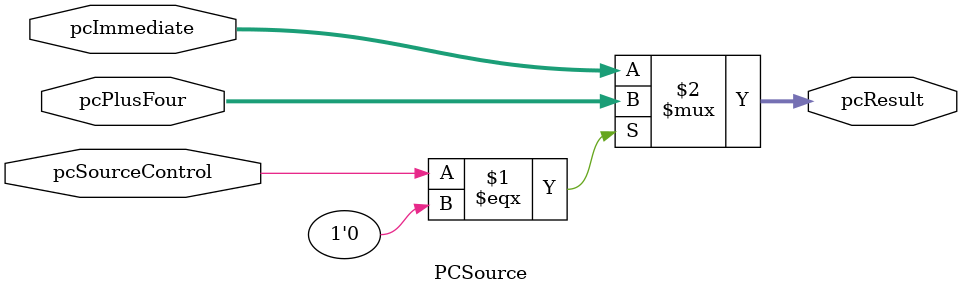
<source format=v>
`default_nettype none

`include "rtl/single_instruction.v"
`include "rtl/pc.v"

module multiple_instructions (
    clk, reset
);

    localparam PROGRAM_MEMORY_SIZE=64;

    input clk, reset;
    reg [31:0] program_memory[PROGRAM_MEMORY_SIZE-1:0];
    
    program_counter ProgramCounter(.clk (clk), .pc_out (pc), .pc_in (pc_in), .reset (reset));
    
    single_instruction single_instr (.clk (clk), .instruction (instruction), .pcNext (pc_next));

    PCNext pcNext(.in (pc), .out (pc_next));

    PCSource pcSource(.pcPlusFour (pc_next), .pcImmediate (pcImmediate), .pcResult (pc_in), .pcSourceControl (pcSourceControl));

    PCControl pcControl(.opcode (opcode), .pcSourceControl (pcSourceControl));

    wire [31:0] instruction;
    wire [31:0] pc, pc_in;

    assign instruction=program_memory[(pc>>2)];

    wire [31:0] pc_next;
    wire [31:0] pcImmediate = {jal_offset}+pc;
    wire [31:0] jal_offset = {{12{instruction[31]}},instruction[31:12]};

    wire [6:0] opcode = instruction[6:0];

    wire pcSourceControl;

endmodule

module PCControl(opcode, pcSourceControl);
	input wire [6:0] opcode;
	output wire pcSourceControl;
	assign pcSourceControl=(opcode === 7'b 1101111)? 1'b 1: 1'b 0;
endmodule

module PCNext(in, out);
	input [31:0] in;
	output [31:0] out;
	assign out=in+4;
endmodule

module PCSource (pcPlusFour, pcImmediate, pcSourceControl, pcResult);
	input [31:0] pcPlusFour, pcImmediate;
	input pcSourceControl;
	output [31:0] pcResult;
	
	assign pcResult=(pcSourceControl === 1'b 0)? pcPlusFour : pcImmediate;

endmodule

</source>
